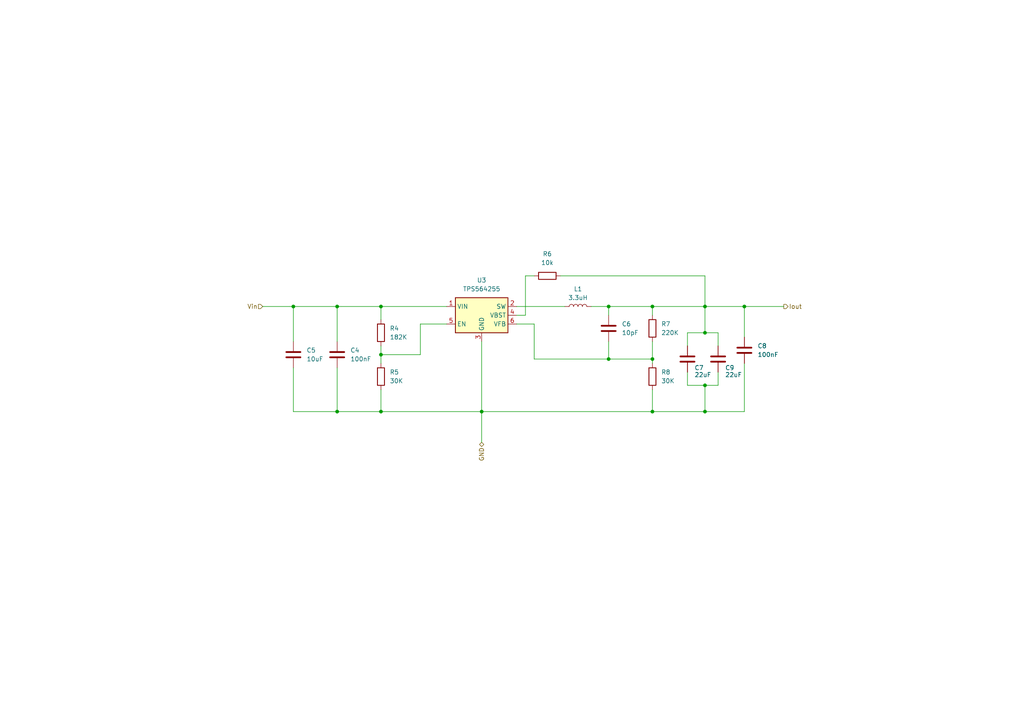
<source format=kicad_sch>
(kicad_sch
	(version 20250114)
	(generator "eeschema")
	(generator_version "9.0")
	(uuid "6c20ec4b-c4b3-4e07-9534-ee88258b2b95")
	(paper "A4")
	(lib_symbols
		(symbol "Device:C"
			(pin_numbers
				(hide yes)
			)
			(pin_names
				(offset 0.254)
			)
			(exclude_from_sim no)
			(in_bom yes)
			(on_board yes)
			(property "Reference" "C"
				(at 0.635 2.54 0)
				(effects
					(font
						(size 1.27 1.27)
					)
					(justify left)
				)
			)
			(property "Value" "C"
				(at 0.635 -2.54 0)
				(effects
					(font
						(size 1.27 1.27)
					)
					(justify left)
				)
			)
			(property "Footprint" ""
				(at 0.9652 -3.81 0)
				(effects
					(font
						(size 1.27 1.27)
					)
					(hide yes)
				)
			)
			(property "Datasheet" "~"
				(at 0 0 0)
				(effects
					(font
						(size 1.27 1.27)
					)
					(hide yes)
				)
			)
			(property "Description" "Unpolarized capacitor"
				(at 0 0 0)
				(effects
					(font
						(size 1.27 1.27)
					)
					(hide yes)
				)
			)
			(property "ki_keywords" "cap capacitor"
				(at 0 0 0)
				(effects
					(font
						(size 1.27 1.27)
					)
					(hide yes)
				)
			)
			(property "ki_fp_filters" "C_*"
				(at 0 0 0)
				(effects
					(font
						(size 1.27 1.27)
					)
					(hide yes)
				)
			)
			(symbol "C_0_1"
				(polyline
					(pts
						(xy -2.032 0.762) (xy 2.032 0.762)
					)
					(stroke
						(width 0.508)
						(type default)
					)
					(fill
						(type none)
					)
				)
				(polyline
					(pts
						(xy -2.032 -0.762) (xy 2.032 -0.762)
					)
					(stroke
						(width 0.508)
						(type default)
					)
					(fill
						(type none)
					)
				)
			)
			(symbol "C_1_1"
				(pin passive line
					(at 0 3.81 270)
					(length 2.794)
					(name "~"
						(effects
							(font
								(size 1.27 1.27)
							)
						)
					)
					(number "1"
						(effects
							(font
								(size 1.27 1.27)
							)
						)
					)
				)
				(pin passive line
					(at 0 -3.81 90)
					(length 2.794)
					(name "~"
						(effects
							(font
								(size 1.27 1.27)
							)
						)
					)
					(number "2"
						(effects
							(font
								(size 1.27 1.27)
							)
						)
					)
				)
			)
			(embedded_fonts no)
		)
		(symbol "Device:L"
			(pin_numbers
				(hide yes)
			)
			(pin_names
				(offset 1.016)
				(hide yes)
			)
			(exclude_from_sim no)
			(in_bom yes)
			(on_board yes)
			(property "Reference" "L"
				(at -1.27 0 90)
				(effects
					(font
						(size 1.27 1.27)
					)
				)
			)
			(property "Value" "L"
				(at 1.905 0 90)
				(effects
					(font
						(size 1.27 1.27)
					)
				)
			)
			(property "Footprint" ""
				(at 0 0 0)
				(effects
					(font
						(size 1.27 1.27)
					)
					(hide yes)
				)
			)
			(property "Datasheet" "~"
				(at 0 0 0)
				(effects
					(font
						(size 1.27 1.27)
					)
					(hide yes)
				)
			)
			(property "Description" "Inductor"
				(at 0 0 0)
				(effects
					(font
						(size 1.27 1.27)
					)
					(hide yes)
				)
			)
			(property "ki_keywords" "inductor choke coil reactor magnetic"
				(at 0 0 0)
				(effects
					(font
						(size 1.27 1.27)
					)
					(hide yes)
				)
			)
			(property "ki_fp_filters" "Choke_* *Coil* Inductor_* L_*"
				(at 0 0 0)
				(effects
					(font
						(size 1.27 1.27)
					)
					(hide yes)
				)
			)
			(symbol "L_0_1"
				(arc
					(start 0 2.54)
					(mid 0.6323 1.905)
					(end 0 1.27)
					(stroke
						(width 0)
						(type default)
					)
					(fill
						(type none)
					)
				)
				(arc
					(start 0 1.27)
					(mid 0.6323 0.635)
					(end 0 0)
					(stroke
						(width 0)
						(type default)
					)
					(fill
						(type none)
					)
				)
				(arc
					(start 0 0)
					(mid 0.6323 -0.635)
					(end 0 -1.27)
					(stroke
						(width 0)
						(type default)
					)
					(fill
						(type none)
					)
				)
				(arc
					(start 0 -1.27)
					(mid 0.6323 -1.905)
					(end 0 -2.54)
					(stroke
						(width 0)
						(type default)
					)
					(fill
						(type none)
					)
				)
			)
			(symbol "L_1_1"
				(pin passive line
					(at 0 3.81 270)
					(length 1.27)
					(name "1"
						(effects
							(font
								(size 1.27 1.27)
							)
						)
					)
					(number "1"
						(effects
							(font
								(size 1.27 1.27)
							)
						)
					)
				)
				(pin passive line
					(at 0 -3.81 90)
					(length 1.27)
					(name "2"
						(effects
							(font
								(size 1.27 1.27)
							)
						)
					)
					(number "2"
						(effects
							(font
								(size 1.27 1.27)
							)
						)
					)
				)
			)
			(embedded_fonts no)
		)
		(symbol "Device:R"
			(pin_numbers
				(hide yes)
			)
			(pin_names
				(offset 0)
			)
			(exclude_from_sim no)
			(in_bom yes)
			(on_board yes)
			(property "Reference" "R"
				(at 2.032 0 90)
				(effects
					(font
						(size 1.27 1.27)
					)
				)
			)
			(property "Value" "R"
				(at 0 0 90)
				(effects
					(font
						(size 1.27 1.27)
					)
				)
			)
			(property "Footprint" ""
				(at -1.778 0 90)
				(effects
					(font
						(size 1.27 1.27)
					)
					(hide yes)
				)
			)
			(property "Datasheet" "~"
				(at 0 0 0)
				(effects
					(font
						(size 1.27 1.27)
					)
					(hide yes)
				)
			)
			(property "Description" "Resistor"
				(at 0 0 0)
				(effects
					(font
						(size 1.27 1.27)
					)
					(hide yes)
				)
			)
			(property "ki_keywords" "R res resistor"
				(at 0 0 0)
				(effects
					(font
						(size 1.27 1.27)
					)
					(hide yes)
				)
			)
			(property "ki_fp_filters" "R_*"
				(at 0 0 0)
				(effects
					(font
						(size 1.27 1.27)
					)
					(hide yes)
				)
			)
			(symbol "R_0_1"
				(rectangle
					(start -1.016 -2.54)
					(end 1.016 2.54)
					(stroke
						(width 0.254)
						(type default)
					)
					(fill
						(type none)
					)
				)
			)
			(symbol "R_1_1"
				(pin passive line
					(at 0 3.81 270)
					(length 1.27)
					(name "~"
						(effects
							(font
								(size 1.27 1.27)
							)
						)
					)
					(number "1"
						(effects
							(font
								(size 1.27 1.27)
							)
						)
					)
				)
				(pin passive line
					(at 0 -3.81 90)
					(length 1.27)
					(name "~"
						(effects
							(font
								(size 1.27 1.27)
							)
						)
					)
					(number "2"
						(effects
							(font
								(size 1.27 1.27)
							)
						)
					)
				)
			)
			(embedded_fonts no)
		)
		(symbol "Regulator_Switching:TPS562202S"
			(exclude_from_sim no)
			(in_bom yes)
			(on_board yes)
			(property "Reference" "U"
				(at -7.62 6.35 0)
				(effects
					(font
						(size 1.27 1.27)
					)
					(justify left)
				)
			)
			(property "Value" "TPS562202S"
				(at -2.54 6.35 0)
				(effects
					(font
						(size 1.27 1.27)
					)
					(justify left)
				)
			)
			(property "Footprint" "Package_TO_SOT_SMD:SOT-563"
				(at 1.27 -6.35 0)
				(effects
					(font
						(size 1.27 1.27)
					)
					(justify left)
					(hide yes)
				)
			)
			(property "Datasheet" "https://www.ti.com/lit/ds/symlink/tps562202s.pdf"
				(at 0 0 0)
				(effects
					(font
						(size 1.27 1.27)
					)
					(hide yes)
				)
			)
			(property "Description" "2A Synchronous Step-Down Voltage Regulator 580kHz, Adjustable Output Voltage, 4.5-17V Input Voltage, 0.804V-7V Output Voltage, SOT-563"
				(at 0 0 0)
				(effects
					(font
						(size 1.27 1.27)
					)
					(hide yes)
				)
			)
			(property "ki_keywords" "step-down dcdc buck"
				(at 0 0 0)
				(effects
					(font
						(size 1.27 1.27)
					)
					(hide yes)
				)
			)
			(property "ki_fp_filters" "SOT?563*"
				(at 0 0 0)
				(effects
					(font
						(size 1.27 1.27)
					)
					(hide yes)
				)
			)
			(symbol "TPS562202S_0_1"
				(rectangle
					(start -7.62 5.08)
					(end 7.62 -5.08)
					(stroke
						(width 0.254)
						(type default)
					)
					(fill
						(type background)
					)
				)
			)
			(symbol "TPS562202S_1_1"
				(pin power_in line
					(at -10.16 2.54 0)
					(length 2.54)
					(name "VIN"
						(effects
							(font
								(size 1.27 1.27)
							)
						)
					)
					(number "1"
						(effects
							(font
								(size 1.27 1.27)
							)
						)
					)
				)
				(pin input line
					(at -10.16 -2.54 0)
					(length 2.54)
					(name "EN"
						(effects
							(font
								(size 1.27 1.27)
							)
						)
					)
					(number "5"
						(effects
							(font
								(size 1.27 1.27)
							)
						)
					)
				)
				(pin power_in line
					(at 0 -7.62 90)
					(length 2.54)
					(name "GND"
						(effects
							(font
								(size 1.27 1.27)
							)
						)
					)
					(number "3"
						(effects
							(font
								(size 1.27 1.27)
							)
						)
					)
				)
				(pin output line
					(at 10.16 2.54 180)
					(length 2.54)
					(name "SW"
						(effects
							(font
								(size 1.27 1.27)
							)
						)
					)
					(number "2"
						(effects
							(font
								(size 1.27 1.27)
							)
						)
					)
				)
				(pin passive line
					(at 10.16 0 180)
					(length 2.54)
					(name "VBST"
						(effects
							(font
								(size 1.27 1.27)
							)
						)
					)
					(number "4"
						(effects
							(font
								(size 1.27 1.27)
							)
						)
					)
				)
				(pin input line
					(at 10.16 -2.54 180)
					(length 2.54)
					(name "VFB"
						(effects
							(font
								(size 1.27 1.27)
							)
						)
					)
					(number "6"
						(effects
							(font
								(size 1.27 1.27)
							)
						)
					)
				)
			)
			(embedded_fonts no)
		)
	)
	(junction
		(at 204.47 88.9)
		(diameter 0)
		(color 0 0 0 0)
		(uuid "0443866b-269c-431b-91ef-849a25bed839")
	)
	(junction
		(at 176.53 104.14)
		(diameter 0)
		(color 0 0 0 0)
		(uuid "0d724c54-5fff-4acd-8427-86263c932bfe")
	)
	(junction
		(at 204.47 96.52)
		(diameter 0)
		(color 0 0 0 0)
		(uuid "41348115-7c73-4f7f-9c90-b3fb145edd63")
	)
	(junction
		(at 110.49 88.9)
		(diameter 0)
		(color 0 0 0 0)
		(uuid "61adedd9-0a80-48ca-8054-bf1afe671a94")
	)
	(junction
		(at 97.79 88.9)
		(diameter 0)
		(color 0 0 0 0)
		(uuid "75ee7890-caae-425a-85d0-ad8e98ebe1b8")
	)
	(junction
		(at 189.23 104.14)
		(diameter 0)
		(color 0 0 0 0)
		(uuid "7bc7a9b0-d9ec-4e70-ad60-b86513a31429")
	)
	(junction
		(at 97.79 119.38)
		(diameter 0)
		(color 0 0 0 0)
		(uuid "9f9b13b1-491a-4295-a437-bb7a3b7ccba6")
	)
	(junction
		(at 85.09 88.9)
		(diameter 0)
		(color 0 0 0 0)
		(uuid "a308376d-9537-4288-bd48-b3d1bf2cc0e5")
	)
	(junction
		(at 139.7 119.38)
		(diameter 0)
		(color 0 0 0 0)
		(uuid "a5a2b398-89c1-4df5-85b5-a807882ae12c")
	)
	(junction
		(at 189.23 119.38)
		(diameter 0)
		(color 0 0 0 0)
		(uuid "a85bb5cf-8ed9-40d0-98e3-fb21a8dea74f")
	)
	(junction
		(at 110.49 119.38)
		(diameter 0)
		(color 0 0 0 0)
		(uuid "a931c8a1-9a7d-4dc0-9288-8b6ab11023e1")
	)
	(junction
		(at 176.53 88.9)
		(diameter 0)
		(color 0 0 0 0)
		(uuid "ad8e6980-eea7-4295-8c9b-b791a41652de")
	)
	(junction
		(at 189.23 88.9)
		(diameter 0)
		(color 0 0 0 0)
		(uuid "bba6ecb0-b8eb-4760-a137-ef43ebea1b2e")
	)
	(junction
		(at 204.47 111.76)
		(diameter 0)
		(color 0 0 0 0)
		(uuid "d1cbe57a-2dd7-4b96-9002-b7c70effd730")
	)
	(junction
		(at 204.47 119.38)
		(diameter 0)
		(color 0 0 0 0)
		(uuid "d4659388-7d78-4a12-82a4-3aaa6ef58e05")
	)
	(junction
		(at 215.9 88.9)
		(diameter 0)
		(color 0 0 0 0)
		(uuid "dc0a48ad-7619-4fc3-89a3-56aeb5d4c30a")
	)
	(junction
		(at 110.49 102.87)
		(diameter 0)
		(color 0 0 0 0)
		(uuid "fbd122f9-b001-4ba5-98d3-0505d60f4d29")
	)
	(wire
		(pts
			(xy 129.54 88.9) (xy 110.49 88.9)
		)
		(stroke
			(width 0)
			(type default)
		)
		(uuid "05f1c098-69f9-4c70-a382-cb9af0b553a9")
	)
	(wire
		(pts
			(xy 189.23 88.9) (xy 176.53 88.9)
		)
		(stroke
			(width 0)
			(type default)
		)
		(uuid "11015a2b-f096-46ad-8550-c36b4c52fd88")
	)
	(wire
		(pts
			(xy 149.86 93.98) (xy 154.94 93.98)
		)
		(stroke
			(width 0)
			(type default)
		)
		(uuid "138e52a5-871d-46e6-a342-769d6d9af635")
	)
	(wire
		(pts
			(xy 149.86 91.44) (xy 152.4 91.44)
		)
		(stroke
			(width 0)
			(type default)
		)
		(uuid "14084cd9-8dd5-49c4-9a7a-3ac943ae17a3")
	)
	(wire
		(pts
			(xy 176.53 104.14) (xy 189.23 104.14)
		)
		(stroke
			(width 0)
			(type default)
		)
		(uuid "154daf23-caeb-4578-94cf-15e654abde22")
	)
	(wire
		(pts
			(xy 208.28 96.52) (xy 208.28 100.33)
		)
		(stroke
			(width 0)
			(type default)
		)
		(uuid "156cfd5e-2acf-42f2-b10f-6deec166ade7")
	)
	(wire
		(pts
			(xy 176.53 104.14) (xy 176.53 99.06)
		)
		(stroke
			(width 0)
			(type default)
		)
		(uuid "19bc5246-1ee5-4511-8be5-8c91ed634010")
	)
	(wire
		(pts
			(xy 97.79 88.9) (xy 97.79 99.06)
		)
		(stroke
			(width 0)
			(type default)
		)
		(uuid "1e5b4aa6-58c1-42be-8fb6-f2ab5e7752a0")
	)
	(wire
		(pts
			(xy 204.47 80.01) (xy 204.47 88.9)
		)
		(stroke
			(width 0)
			(type default)
		)
		(uuid "1ffb4801-e63f-4dc8-935f-149039b3a63e")
	)
	(wire
		(pts
			(xy 204.47 88.9) (xy 215.9 88.9)
		)
		(stroke
			(width 0)
			(type default)
		)
		(uuid "25cc3f2f-364a-4ba6-b84e-4d65db973469")
	)
	(wire
		(pts
			(xy 154.94 93.98) (xy 154.94 104.14)
		)
		(stroke
			(width 0)
			(type default)
		)
		(uuid "29946d1d-486a-41cf-9d3e-d0f5cee7a7e0")
	)
	(wire
		(pts
			(xy 97.79 88.9) (xy 110.49 88.9)
		)
		(stroke
			(width 0)
			(type default)
		)
		(uuid "32f3de01-8b54-4400-8f67-39e57ab21754")
	)
	(wire
		(pts
			(xy 204.47 96.52) (xy 208.28 96.52)
		)
		(stroke
			(width 0)
			(type default)
		)
		(uuid "33414dcc-fce1-4533-ad3f-a026e0a83271")
	)
	(wire
		(pts
			(xy 85.09 119.38) (xy 97.79 119.38)
		)
		(stroke
			(width 0)
			(type default)
		)
		(uuid "351f045e-adda-4c03-9d31-d62dcac19aac")
	)
	(wire
		(pts
			(xy 85.09 99.06) (xy 85.09 88.9)
		)
		(stroke
			(width 0)
			(type default)
		)
		(uuid "42754a99-127b-424f-ab29-6772f6605ae1")
	)
	(wire
		(pts
			(xy 85.09 106.68) (xy 85.09 119.38)
		)
		(stroke
			(width 0)
			(type default)
		)
		(uuid "47d022fb-a9f3-447e-8a7b-b679cfd7467a")
	)
	(wire
		(pts
			(xy 139.7 119.38) (xy 139.7 128.27)
		)
		(stroke
			(width 0)
			(type default)
		)
		(uuid "4da7c287-7574-4c38-93b9-7fcc1a08fb53")
	)
	(wire
		(pts
			(xy 215.9 119.38) (xy 215.9 105.41)
		)
		(stroke
			(width 0)
			(type default)
		)
		(uuid "4fb7560e-f4b0-46b3-b2e8-21e40a37755b")
	)
	(wire
		(pts
			(xy 189.23 91.44) (xy 189.23 88.9)
		)
		(stroke
			(width 0)
			(type default)
		)
		(uuid "51164de4-094a-4453-b020-c8318a30f3d3")
	)
	(wire
		(pts
			(xy 189.23 113.03) (xy 189.23 119.38)
		)
		(stroke
			(width 0)
			(type default)
		)
		(uuid "53df0c4d-6747-4626-b786-478d9fbb9c8a")
	)
	(wire
		(pts
			(xy 110.49 100.33) (xy 110.49 102.87)
		)
		(stroke
			(width 0)
			(type default)
		)
		(uuid "5442150f-5ec9-4638-bf77-b63ec7570524")
	)
	(wire
		(pts
			(xy 171.45 88.9) (xy 176.53 88.9)
		)
		(stroke
			(width 0)
			(type default)
		)
		(uuid "6329b331-0da2-431c-92b7-7ac7ebd60d66")
	)
	(wire
		(pts
			(xy 121.92 102.87) (xy 110.49 102.87)
		)
		(stroke
			(width 0)
			(type default)
		)
		(uuid "655d73bb-a9c9-4593-804b-f7098e3c9881")
	)
	(wire
		(pts
			(xy 129.54 93.98) (xy 121.92 93.98)
		)
		(stroke
			(width 0)
			(type default)
		)
		(uuid "662848c4-fff3-4b27-81af-c61492cf3822")
	)
	(wire
		(pts
			(xy 199.39 96.52) (xy 204.47 96.52)
		)
		(stroke
			(width 0)
			(type default)
		)
		(uuid "68bbe3fc-9037-4190-8034-eac5f5f1c46a")
	)
	(wire
		(pts
			(xy 215.9 88.9) (xy 215.9 97.79)
		)
		(stroke
			(width 0)
			(type default)
		)
		(uuid "6e4292a6-2f95-446b-aee1-a7b5471c4cef")
	)
	(wire
		(pts
			(xy 215.9 88.9) (xy 227.33 88.9)
		)
		(stroke
			(width 0)
			(type default)
		)
		(uuid "6f7dbd82-020f-4349-9d90-8679966824e8")
	)
	(wire
		(pts
			(xy 189.23 104.14) (xy 189.23 105.41)
		)
		(stroke
			(width 0)
			(type default)
		)
		(uuid "710981f5-c236-49d4-ad66-39991283edae")
	)
	(wire
		(pts
			(xy 152.4 80.01) (xy 154.94 80.01)
		)
		(stroke
			(width 0)
			(type default)
		)
		(uuid "72bc38b9-d63f-48c9-bb47-f9435004342f")
	)
	(wire
		(pts
			(xy 189.23 119.38) (xy 204.47 119.38)
		)
		(stroke
			(width 0)
			(type default)
		)
		(uuid "74418818-754b-4813-92b3-94142bb14ca2")
	)
	(wire
		(pts
			(xy 204.47 88.9) (xy 204.47 96.52)
		)
		(stroke
			(width 0)
			(type default)
		)
		(uuid "7a6ae872-4b9e-4f1a-bbb0-63f02ce61157")
	)
	(wire
		(pts
			(xy 97.79 119.38) (xy 110.49 119.38)
		)
		(stroke
			(width 0)
			(type default)
		)
		(uuid "8454e019-7770-4656-bef2-1edacd434c16")
	)
	(wire
		(pts
			(xy 199.39 107.95) (xy 199.39 111.76)
		)
		(stroke
			(width 0)
			(type default)
		)
		(uuid "8d646a0c-ba0a-4d8e-8067-beef7c742f71")
	)
	(wire
		(pts
			(xy 189.23 99.06) (xy 189.23 104.14)
		)
		(stroke
			(width 0)
			(type default)
		)
		(uuid "8f09ee56-2500-4c01-a157-c6c00a84d926")
	)
	(wire
		(pts
			(xy 208.28 111.76) (xy 208.28 107.95)
		)
		(stroke
			(width 0)
			(type default)
		)
		(uuid "920929d6-ebb6-4dbc-9baf-6169ae42af4a")
	)
	(wire
		(pts
			(xy 154.94 104.14) (xy 176.53 104.14)
		)
		(stroke
			(width 0)
			(type default)
		)
		(uuid "9a73166a-e1aa-4e56-95f6-f4950a016d11")
	)
	(wire
		(pts
			(xy 121.92 93.98) (xy 121.92 102.87)
		)
		(stroke
			(width 0)
			(type default)
		)
		(uuid "9ff2682c-edf8-4593-b547-843e76e8b52c")
	)
	(wire
		(pts
			(xy 176.53 88.9) (xy 176.53 91.44)
		)
		(stroke
			(width 0)
			(type default)
		)
		(uuid "aa2c1bec-3187-4c22-b893-7b316fbcc297")
	)
	(wire
		(pts
			(xy 149.86 88.9) (xy 163.83 88.9)
		)
		(stroke
			(width 0)
			(type default)
		)
		(uuid "b237a9c8-85f9-4316-b79f-be74fc00e108")
	)
	(wire
		(pts
			(xy 204.47 111.76) (xy 204.47 119.38)
		)
		(stroke
			(width 0)
			(type default)
		)
		(uuid "b749acde-61a0-4d4e-98b9-7f8673984aab")
	)
	(wire
		(pts
			(xy 85.09 88.9) (xy 97.79 88.9)
		)
		(stroke
			(width 0)
			(type default)
		)
		(uuid "bcee02ac-bbfb-474a-9994-6e162f27769c")
	)
	(wire
		(pts
			(xy 139.7 119.38) (xy 189.23 119.38)
		)
		(stroke
			(width 0)
			(type default)
		)
		(uuid "bf087969-5630-416e-b163-2d0d59128ad5")
	)
	(wire
		(pts
			(xy 139.7 99.06) (xy 139.7 119.38)
		)
		(stroke
			(width 0)
			(type default)
		)
		(uuid "c369f19e-24df-4f38-86e0-b77b5f4ba8e2")
	)
	(wire
		(pts
			(xy 189.23 88.9) (xy 204.47 88.9)
		)
		(stroke
			(width 0)
			(type default)
		)
		(uuid "c46167b5-8d77-4318-bff5-bfb2250103e1")
	)
	(wire
		(pts
			(xy 199.39 111.76) (xy 204.47 111.76)
		)
		(stroke
			(width 0)
			(type default)
		)
		(uuid "cece826f-f01a-4b19-9794-6020aa176f95")
	)
	(wire
		(pts
			(xy 110.49 113.03) (xy 110.49 119.38)
		)
		(stroke
			(width 0)
			(type default)
		)
		(uuid "cf66e98b-d8dd-4395-98c9-ccbd52c011e8")
	)
	(wire
		(pts
			(xy 76.2 88.9) (xy 85.09 88.9)
		)
		(stroke
			(width 0)
			(type default)
		)
		(uuid "d1b5d391-f836-46fc-8ce0-af51edb33bee")
	)
	(wire
		(pts
			(xy 97.79 106.68) (xy 97.79 119.38)
		)
		(stroke
			(width 0)
			(type default)
		)
		(uuid "d251aed2-3b1d-4855-ad09-6db45407c131")
	)
	(wire
		(pts
			(xy 204.47 119.38) (xy 215.9 119.38)
		)
		(stroke
			(width 0)
			(type default)
		)
		(uuid "e66099b9-cc59-4e6e-936e-68e5afe6fe9f")
	)
	(wire
		(pts
			(xy 199.39 100.33) (xy 199.39 96.52)
		)
		(stroke
			(width 0)
			(type default)
		)
		(uuid "ea22cdec-a36c-4fa6-a0c1-3140c636d7c9")
	)
	(wire
		(pts
			(xy 110.49 102.87) (xy 110.49 105.41)
		)
		(stroke
			(width 0)
			(type default)
		)
		(uuid "ea5f2621-9a55-4d13-aa72-33c1645b6d96")
	)
	(wire
		(pts
			(xy 110.49 119.38) (xy 139.7 119.38)
		)
		(stroke
			(width 0)
			(type default)
		)
		(uuid "f1776db1-2587-4083-a119-51f755b99a87")
	)
	(wire
		(pts
			(xy 110.49 88.9) (xy 110.49 92.71)
		)
		(stroke
			(width 0)
			(type default)
		)
		(uuid "f64257a1-9684-472f-b098-aab73254a05d")
	)
	(wire
		(pts
			(xy 162.56 80.01) (xy 204.47 80.01)
		)
		(stroke
			(width 0)
			(type default)
		)
		(uuid "f778224d-df79-4d38-bad9-45fa86eb1f25")
	)
	(wire
		(pts
			(xy 204.47 111.76) (xy 208.28 111.76)
		)
		(stroke
			(width 0)
			(type default)
		)
		(uuid "fab36497-317e-4899-a84b-390fa0c3195e")
	)
	(wire
		(pts
			(xy 152.4 91.44) (xy 152.4 80.01)
		)
		(stroke
			(width 0)
			(type default)
		)
		(uuid "fbc87926-f0d8-4c2e-8b5d-e41d0fe99661")
	)
	(hierarchical_label "Vin"
		(shape input)
		(at 76.2 88.9 180)
		(effects
			(font
				(size 1.27 1.27)
			)
			(justify right)
		)
		(uuid "266ab8b0-3bfe-41ed-a761-594165b79383")
	)
	(hierarchical_label "Iout"
		(shape output)
		(at 227.33 88.9 0)
		(effects
			(font
				(size 1.27 1.27)
			)
			(justify left)
		)
		(uuid "63b588b7-80cd-43e1-b543-0fcd2661ac48")
	)
	(hierarchical_label "GND"
		(shape bidirectional)
		(at 139.7 128.27 270)
		(effects
			(font
				(size 1.27 1.27)
			)
			(justify right)
		)
		(uuid "6aa82201-9899-463b-87b3-19daeea1b0e8")
	)
	(symbol
		(lib_id "Device:C")
		(at 97.79 102.87 0)
		(unit 1)
		(exclude_from_sim no)
		(in_bom yes)
		(on_board yes)
		(dnp no)
		(fields_autoplaced yes)
		(uuid "1adad49c-0d9f-4f65-b16e-8ab0cdf1e7b8")
		(property "Reference" "C4"
			(at 101.6 101.5999 0)
			(effects
				(font
					(size 1.27 1.27)
				)
				(justify left)
			)
		)
		(property "Value" "100nF"
			(at 101.6 104.1399 0)
			(effects
				(font
					(size 1.27 1.27)
				)
				(justify left)
			)
		)
		(property "Footprint" ""
			(at 98.7552 106.68 0)
			(effects
				(font
					(size 1.27 1.27)
				)
				(hide yes)
			)
		)
		(property "Datasheet" "~"
			(at 97.79 102.87 0)
			(effects
				(font
					(size 1.27 1.27)
				)
				(hide yes)
			)
		)
		(property "Description" "Unpolarized capacitor"
			(at 97.79 102.87 0)
			(effects
				(font
					(size 1.27 1.27)
				)
				(hide yes)
			)
		)
		(pin "2"
			(uuid "5cd3e6ac-4322-4428-a388-766cb77013f5")
		)
		(pin "1"
			(uuid "5c8a7262-6b7e-4200-b2ea-1ca8c1d49e65")
		)
		(instances
			(project ""
				(path "/4373db5e-45ad-49d8-b52e-f9391bdc31f2/c0b05f0f-ca2c-46fe-bb9b-fa79f914ce94"
					(reference "C4")
					(unit 1)
				)
			)
		)
	)
	(symbol
		(lib_id "Device:C")
		(at 199.39 104.14 0)
		(unit 1)
		(exclude_from_sim no)
		(in_bom yes)
		(on_board yes)
		(dnp no)
		(uuid "2c86ec08-ca52-4b10-a35d-fec879c20ba3")
		(property "Reference" "C7"
			(at 201.422 106.68 0)
			(effects
				(font
					(size 1.27 1.27)
				)
				(justify left)
			)
		)
		(property "Value" "22uF"
			(at 201.422 108.712 0)
			(effects
				(font
					(size 1.27 1.27)
				)
				(justify left)
			)
		)
		(property "Footprint" ""
			(at 200.3552 107.95 0)
			(effects
				(font
					(size 1.27 1.27)
				)
				(hide yes)
			)
		)
		(property "Datasheet" "~"
			(at 199.39 104.14 0)
			(effects
				(font
					(size 1.27 1.27)
				)
				(hide yes)
			)
		)
		(property "Description" "Unpolarized capacitor"
			(at 199.39 104.14 0)
			(effects
				(font
					(size 1.27 1.27)
				)
				(hide yes)
			)
		)
		(pin "2"
			(uuid "5cd3e6ac-4322-4428-a388-766cb77013f6")
		)
		(pin "1"
			(uuid "5c8a7262-6b7e-4200-b2ea-1ca8c1d49e66")
		)
		(instances
			(project ""
				(path "/4373db5e-45ad-49d8-b52e-f9391bdc31f2/c0b05f0f-ca2c-46fe-bb9b-fa79f914ce94"
					(reference "C7")
					(unit 1)
				)
			)
		)
	)
	(symbol
		(lib_id "Device:R")
		(at 110.49 96.52 0)
		(unit 1)
		(exclude_from_sim no)
		(in_bom yes)
		(on_board yes)
		(dnp no)
		(fields_autoplaced yes)
		(uuid "3e23a49f-2d49-4571-97ce-7ab744acda6c")
		(property "Reference" "R4"
			(at 113.03 95.2499 0)
			(effects
				(font
					(size 1.27 1.27)
				)
				(justify left)
			)
		)
		(property "Value" "182K"
			(at 113.03 97.7899 0)
			(effects
				(font
					(size 1.27 1.27)
				)
				(justify left)
			)
		)
		(property "Footprint" ""
			(at 108.712 96.52 90)
			(effects
				(font
					(size 1.27 1.27)
				)
				(hide yes)
			)
		)
		(property "Datasheet" "~"
			(at 110.49 96.52 0)
			(effects
				(font
					(size 1.27 1.27)
				)
				(hide yes)
			)
		)
		(property "Description" "Resistor"
			(at 110.49 96.52 0)
			(effects
				(font
					(size 1.27 1.27)
				)
				(hide yes)
			)
		)
		(pin "2"
			(uuid "a10e7225-4170-478c-905b-e0406a6088fe")
		)
		(pin "1"
			(uuid "efc1daa9-6fb5-4a95-8af8-1da076de722e")
		)
		(instances
			(project ""
				(path "/4373db5e-45ad-49d8-b52e-f9391bdc31f2/c0b05f0f-ca2c-46fe-bb9b-fa79f914ce94"
					(reference "R4")
					(unit 1)
				)
			)
		)
	)
	(symbol
		(lib_id "Device:C")
		(at 215.9 101.6 0)
		(unit 1)
		(exclude_from_sim no)
		(in_bom yes)
		(on_board yes)
		(dnp no)
		(fields_autoplaced yes)
		(uuid "461bec73-a441-47bd-bec7-1378f6175770")
		(property "Reference" "C8"
			(at 219.71 100.3299 0)
			(effects
				(font
					(size 1.27 1.27)
				)
				(justify left)
			)
		)
		(property "Value" "100nF"
			(at 219.71 102.8699 0)
			(effects
				(font
					(size 1.27 1.27)
				)
				(justify left)
			)
		)
		(property "Footprint" ""
			(at 216.8652 105.41 0)
			(effects
				(font
					(size 1.27 1.27)
				)
				(hide yes)
			)
		)
		(property "Datasheet" "~"
			(at 215.9 101.6 0)
			(effects
				(font
					(size 1.27 1.27)
				)
				(hide yes)
			)
		)
		(property "Description" "Unpolarized capacitor"
			(at 215.9 101.6 0)
			(effects
				(font
					(size 1.27 1.27)
				)
				(hide yes)
			)
		)
		(pin "2"
			(uuid "5cd3e6ac-4322-4428-a388-766cb77013f7")
		)
		(pin "1"
			(uuid "5c8a7262-6b7e-4200-b2ea-1ca8c1d49e67")
		)
		(instances
			(project ""
				(path "/4373db5e-45ad-49d8-b52e-f9391bdc31f2/c0b05f0f-ca2c-46fe-bb9b-fa79f914ce94"
					(reference "C8")
					(unit 1)
				)
			)
		)
	)
	(symbol
		(lib_id "Device:R")
		(at 189.23 95.25 180)
		(unit 1)
		(exclude_from_sim no)
		(in_bom yes)
		(on_board yes)
		(dnp no)
		(fields_autoplaced yes)
		(uuid "647cb63b-5137-4cb3-9b90-1bb2515bbcc8")
		(property "Reference" "R7"
			(at 191.77 93.9799 0)
			(effects
				(font
					(size 1.27 1.27)
				)
				(justify right)
			)
		)
		(property "Value" "220K"
			(at 191.77 96.5199 0)
			(effects
				(font
					(size 1.27 1.27)
				)
				(justify right)
			)
		)
		(property "Footprint" ""
			(at 191.008 95.25 90)
			(effects
				(font
					(size 1.27 1.27)
				)
				(hide yes)
			)
		)
		(property "Datasheet" "~"
			(at 189.23 95.25 0)
			(effects
				(font
					(size 1.27 1.27)
				)
				(hide yes)
			)
		)
		(property "Description" "Resistor"
			(at 189.23 95.25 0)
			(effects
				(font
					(size 1.27 1.27)
				)
				(hide yes)
			)
		)
		(pin "2"
			(uuid "a10e7225-4170-478c-905b-e0406a6088ff")
		)
		(pin "1"
			(uuid "efc1daa9-6fb5-4a95-8af8-1da076de722f")
		)
		(instances
			(project ""
				(path "/4373db5e-45ad-49d8-b52e-f9391bdc31f2/c0b05f0f-ca2c-46fe-bb9b-fa79f914ce94"
					(reference "R7")
					(unit 1)
				)
			)
		)
	)
	(symbol
		(lib_id "Device:C")
		(at 208.28 104.14 0)
		(unit 1)
		(exclude_from_sim no)
		(in_bom yes)
		(on_board yes)
		(dnp no)
		(uuid "7469d4fd-2074-47a2-b236-c31141600511")
		(property "Reference" "C9"
			(at 210.312 106.68 0)
			(effects
				(font
					(size 1.27 1.27)
				)
				(justify left)
			)
		)
		(property "Value" "22uF"
			(at 210.312 108.712 0)
			(effects
				(font
					(size 1.27 1.27)
				)
				(justify left)
			)
		)
		(property "Footprint" ""
			(at 209.2452 107.95 0)
			(effects
				(font
					(size 1.27 1.27)
				)
				(hide yes)
			)
		)
		(property "Datasheet" "~"
			(at 208.28 104.14 0)
			(effects
				(font
					(size 1.27 1.27)
				)
				(hide yes)
			)
		)
		(property "Description" "Unpolarized capacitor"
			(at 208.28 104.14 0)
			(effects
				(font
					(size 1.27 1.27)
				)
				(hide yes)
			)
		)
		(pin "2"
			(uuid "c9d2c99f-8fe0-4742-b658-07100b8072e7")
		)
		(pin "1"
			(uuid "0a72718c-696d-415e-a3a4-5c37c8d27c37")
		)
		(instances
			(project "ESPNOW"
				(path "/4373db5e-45ad-49d8-b52e-f9391bdc31f2/c0b05f0f-ca2c-46fe-bb9b-fa79f914ce94"
					(reference "C9")
					(unit 1)
				)
			)
		)
	)
	(symbol
		(lib_id "Device:R")
		(at 110.49 109.22 0)
		(unit 1)
		(exclude_from_sim no)
		(in_bom yes)
		(on_board yes)
		(dnp no)
		(fields_autoplaced yes)
		(uuid "7fa64d95-4595-4726-b581-b785a1a71288")
		(property "Reference" "R5"
			(at 113.03 107.9499 0)
			(effects
				(font
					(size 1.27 1.27)
				)
				(justify left)
			)
		)
		(property "Value" "30K"
			(at 113.03 110.4899 0)
			(effects
				(font
					(size 1.27 1.27)
				)
				(justify left)
			)
		)
		(property "Footprint" ""
			(at 108.712 109.22 90)
			(effects
				(font
					(size 1.27 1.27)
				)
				(hide yes)
			)
		)
		(property "Datasheet" "~"
			(at 110.49 109.22 0)
			(effects
				(font
					(size 1.27 1.27)
				)
				(hide yes)
			)
		)
		(property "Description" "Resistor"
			(at 110.49 109.22 0)
			(effects
				(font
					(size 1.27 1.27)
				)
				(hide yes)
			)
		)
		(pin "2"
			(uuid "a10e7225-4170-478c-905b-e0406a608900")
		)
		(pin "1"
			(uuid "efc1daa9-6fb5-4a95-8af8-1da076de7230")
		)
		(instances
			(project ""
				(path "/4373db5e-45ad-49d8-b52e-f9391bdc31f2/c0b05f0f-ca2c-46fe-bb9b-fa79f914ce94"
					(reference "R5")
					(unit 1)
				)
			)
		)
	)
	(symbol
		(lib_id "Device:C")
		(at 85.09 102.87 0)
		(unit 1)
		(exclude_from_sim no)
		(in_bom yes)
		(on_board yes)
		(dnp no)
		(fields_autoplaced yes)
		(uuid "89f54786-ff45-47fc-ab80-bf6262c74fe0")
		(property "Reference" "C5"
			(at 88.9 101.5999 0)
			(effects
				(font
					(size 1.27 1.27)
				)
				(justify left)
			)
		)
		(property "Value" "10uF"
			(at 88.9 104.1399 0)
			(effects
				(font
					(size 1.27 1.27)
				)
				(justify left)
			)
		)
		(property "Footprint" ""
			(at 86.0552 106.68 0)
			(effects
				(font
					(size 1.27 1.27)
				)
				(hide yes)
			)
		)
		(property "Datasheet" "~"
			(at 85.09 102.87 0)
			(effects
				(font
					(size 1.27 1.27)
				)
				(hide yes)
			)
		)
		(property "Description" "Unpolarized capacitor"
			(at 85.09 102.87 0)
			(effects
				(font
					(size 1.27 1.27)
				)
				(hide yes)
			)
		)
		(pin "2"
			(uuid "5cd3e6ac-4322-4428-a388-766cb77013f8")
		)
		(pin "1"
			(uuid "5c8a7262-6b7e-4200-b2ea-1ca8c1d49e68")
		)
		(instances
			(project ""
				(path "/4373db5e-45ad-49d8-b52e-f9391bdc31f2/c0b05f0f-ca2c-46fe-bb9b-fa79f914ce94"
					(reference "C5")
					(unit 1)
				)
			)
		)
	)
	(symbol
		(lib_id "Device:L")
		(at 167.64 88.9 90)
		(unit 1)
		(exclude_from_sim no)
		(in_bom yes)
		(on_board yes)
		(dnp no)
		(fields_autoplaced yes)
		(uuid "8cd37851-c8c8-4a26-87ba-990f120ffedc")
		(property "Reference" "L1"
			(at 167.64 83.82 90)
			(effects
				(font
					(size 1.27 1.27)
				)
			)
		)
		(property "Value" "3.3uH"
			(at 167.64 86.36 90)
			(effects
				(font
					(size 1.27 1.27)
				)
			)
		)
		(property "Footprint" ""
			(at 167.64 88.9 0)
			(effects
				(font
					(size 1.27 1.27)
				)
				(hide yes)
			)
		)
		(property "Datasheet" "~"
			(at 167.64 88.9 0)
			(effects
				(font
					(size 1.27 1.27)
				)
				(hide yes)
			)
		)
		(property "Description" "Inductor"
			(at 167.64 88.9 0)
			(effects
				(font
					(size 1.27 1.27)
				)
				(hide yes)
			)
		)
		(pin "1"
			(uuid "ec6c2159-75a2-4ff5-a962-30fcbea9a49d")
		)
		(pin "2"
			(uuid "de784a4a-badf-475c-86b0-bcb1eac6aacd")
		)
		(instances
			(project ""
				(path "/4373db5e-45ad-49d8-b52e-f9391bdc31f2/c0b05f0f-ca2c-46fe-bb9b-fa79f914ce94"
					(reference "L1")
					(unit 1)
				)
			)
		)
	)
	(symbol
		(lib_id "Regulator_Switching:TPS562202S")
		(at 139.7 91.44 0)
		(unit 1)
		(exclude_from_sim no)
		(in_bom yes)
		(on_board yes)
		(dnp no)
		(fields_autoplaced yes)
		(uuid "8d6beb92-bac2-476f-ba4e-56cce21e2180")
		(property "Reference" "U3"
			(at 139.7 81.28 0)
			(effects
				(font
					(size 1.27 1.27)
				)
			)
		)
		(property "Value" "TPS564255"
			(at 139.7 83.82 0)
			(effects
				(font
					(size 1.27 1.27)
				)
			)
		)
		(property "Footprint" "Package_TO_SOT_SMD:SOT-563"
			(at 140.97 97.79 0)
			(effects
				(font
					(size 1.27 1.27)
				)
				(justify left)
				(hide yes)
			)
		)
		(property "Datasheet" "https://www.ti.com/lit/ds/symlink/tps562202s.pdf"
			(at 139.7 91.44 0)
			(effects
				(font
					(size 1.27 1.27)
				)
				(hide yes)
			)
		)
		(property "Description" "2A Synchronous Step-Down Voltage Regulator 580kHz, Adjustable Output Voltage, 4.5-17V Input Voltage, 0.804V-7V Output Voltage, SOT-563"
			(at 139.7 91.44 0)
			(effects
				(font
					(size 1.27 1.27)
				)
				(hide yes)
			)
		)
		(pin "6"
			(uuid "22b07bd4-4f49-435c-b27c-59ae3845a870")
		)
		(pin "1"
			(uuid "f31c202d-ee1c-401b-a45a-149b94fb9a63")
		)
		(pin "5"
			(uuid "294c456f-14fc-4951-a952-54254c5e5788")
		)
		(pin "3"
			(uuid "279d13de-0a2d-4b73-96a8-2f69f1f52ebf")
		)
		(pin "2"
			(uuid "6eeaa748-3518-43d0-9bc7-9b18dc29da14")
		)
		(pin "4"
			(uuid "42446113-c53a-405d-9f24-dd2a01a179da")
		)
		(instances
			(project ""
				(path "/4373db5e-45ad-49d8-b52e-f9391bdc31f2/c0b05f0f-ca2c-46fe-bb9b-fa79f914ce94"
					(reference "U3")
					(unit 1)
				)
			)
		)
	)
	(symbol
		(lib_id "Device:R")
		(at 158.75 80.01 90)
		(unit 1)
		(exclude_from_sim no)
		(in_bom yes)
		(on_board yes)
		(dnp no)
		(fields_autoplaced yes)
		(uuid "8d7dbcdd-6188-44a7-8fe5-68e76e9094b4")
		(property "Reference" "R6"
			(at 158.75 73.66 90)
			(effects
				(font
					(size 1.27 1.27)
				)
			)
		)
		(property "Value" "10k"
			(at 158.75 76.2 90)
			(effects
				(font
					(size 1.27 1.27)
				)
			)
		)
		(property "Footprint" ""
			(at 158.75 81.788 90)
			(effects
				(font
					(size 1.27 1.27)
				)
				(hide yes)
			)
		)
		(property "Datasheet" "~"
			(at 158.75 80.01 0)
			(effects
				(font
					(size 1.27 1.27)
				)
				(hide yes)
			)
		)
		(property "Description" "Resistor"
			(at 158.75 80.01 0)
			(effects
				(font
					(size 1.27 1.27)
				)
				(hide yes)
			)
		)
		(pin "2"
			(uuid "a10e7225-4170-478c-905b-e0406a608901")
		)
		(pin "1"
			(uuid "efc1daa9-6fb5-4a95-8af8-1da076de7231")
		)
		(instances
			(project ""
				(path "/4373db5e-45ad-49d8-b52e-f9391bdc31f2/c0b05f0f-ca2c-46fe-bb9b-fa79f914ce94"
					(reference "R6")
					(unit 1)
				)
			)
		)
	)
	(symbol
		(lib_id "Device:C")
		(at 176.53 95.25 0)
		(unit 1)
		(exclude_from_sim no)
		(in_bom yes)
		(on_board yes)
		(dnp no)
		(fields_autoplaced yes)
		(uuid "c0228c39-fc2e-4503-9d09-4f9fc945ae07")
		(property "Reference" "C6"
			(at 180.34 93.9799 0)
			(effects
				(font
					(size 1.27 1.27)
				)
				(justify left)
			)
		)
		(property "Value" "10pF"
			(at 180.34 96.5199 0)
			(effects
				(font
					(size 1.27 1.27)
				)
				(justify left)
			)
		)
		(property "Footprint" ""
			(at 177.4952 99.06 0)
			(effects
				(font
					(size 1.27 1.27)
				)
				(hide yes)
			)
		)
		(property "Datasheet" "~"
			(at 176.53 95.25 0)
			(effects
				(font
					(size 1.27 1.27)
				)
				(hide yes)
			)
		)
		(property "Description" "Unpolarized capacitor"
			(at 176.53 95.25 0)
			(effects
				(font
					(size 1.27 1.27)
				)
				(hide yes)
			)
		)
		(pin "2"
			(uuid "5cd3e6ac-4322-4428-a388-766cb77013f9")
		)
		(pin "1"
			(uuid "5c8a7262-6b7e-4200-b2ea-1ca8c1d49e69")
		)
		(instances
			(project ""
				(path "/4373db5e-45ad-49d8-b52e-f9391bdc31f2/c0b05f0f-ca2c-46fe-bb9b-fa79f914ce94"
					(reference "C6")
					(unit 1)
				)
			)
		)
	)
	(symbol
		(lib_id "Device:R")
		(at 189.23 109.22 180)
		(unit 1)
		(exclude_from_sim no)
		(in_bom yes)
		(on_board yes)
		(dnp no)
		(fields_autoplaced yes)
		(uuid "d9be0f42-1161-4a37-9fe2-dbfe4c60e221")
		(property "Reference" "R8"
			(at 191.77 107.9499 0)
			(effects
				(font
					(size 1.27 1.27)
				)
				(justify right)
			)
		)
		(property "Value" "30K"
			(at 191.77 110.4899 0)
			(effects
				(font
					(size 1.27 1.27)
				)
				(justify right)
			)
		)
		(property "Footprint" ""
			(at 191.008 109.22 90)
			(effects
				(font
					(size 1.27 1.27)
				)
				(hide yes)
			)
		)
		(property "Datasheet" "~"
			(at 189.23 109.22 0)
			(effects
				(font
					(size 1.27 1.27)
				)
				(hide yes)
			)
		)
		(property "Description" "Resistor"
			(at 189.23 109.22 0)
			(effects
				(font
					(size 1.27 1.27)
				)
				(hide yes)
			)
		)
		(pin "2"
			(uuid "a10e7225-4170-478c-905b-e0406a608902")
		)
		(pin "1"
			(uuid "efc1daa9-6fb5-4a95-8af8-1da076de7232")
		)
		(instances
			(project ""
				(path "/4373db5e-45ad-49d8-b52e-f9391bdc31f2/c0b05f0f-ca2c-46fe-bb9b-fa79f914ce94"
					(reference "R8")
					(unit 1)
				)
			)
		)
	)
)

</source>
